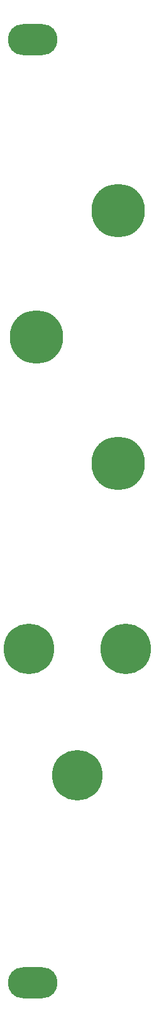
<source format=gtl>
G04 #@! TF.GenerationSoftware,KiCad,Pcbnew,(6.0.0)*
G04 #@! TF.CreationDate,2022-04-04T19:59:42+01:00*
G04 #@! TF.ProjectId,StupidBoxPanel,53747570-6964-4426-9f78-50616e656c2e,rev?*
G04 #@! TF.SameCoordinates,Original*
G04 #@! TF.FileFunction,Copper,L1,Top*
G04 #@! TF.FilePolarity,Positive*
%FSLAX46Y46*%
G04 Gerber Fmt 4.6, Leading zero omitted, Abs format (unit mm)*
G04 Created by KiCad (PCBNEW (6.0.0)) date 2022-04-04 19:59:42*
%MOMM*%
%LPD*%
G01*
G04 APERTURE LIST*
G04 #@! TA.AperFunction,ComponentPad*
%ADD10O,6.700000X4.200000*%
G04 #@! TD*
G04 #@! TA.AperFunction,ViaPad*
%ADD11C,7.200000*%
G04 #@! TD*
G04 #@! TA.AperFunction,ViaPad*
%ADD12C,6.800000*%
G04 #@! TD*
G04 APERTURE END LIST*
D10*
X71000000Y-28000000D03*
X71000000Y-155000000D03*
D11*
X71500000Y-68000000D03*
D12*
X70500000Y-110000000D03*
X83500000Y-110000000D03*
X77000000Y-127000000D03*
D11*
X82500000Y-85000000D03*
X82500000Y-51000000D03*
M02*

</source>
